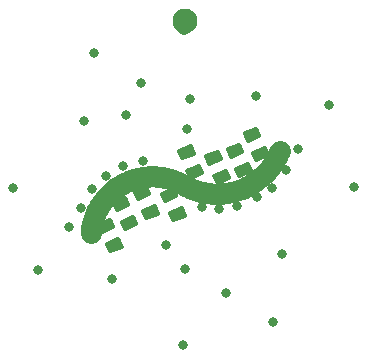
<source format=gts>
G04 EAGLE Gerber RS-274X export*
G75*
%MOMM*%
%FSLAX34Y34*%
%LPD*%
%INTop Solder Mask*%
%IPPOS*%
%AMOC8*
5,1,8,0,0,1.08239X$1,22.5*%
G01*
G04 Define Apertures*
%ADD10C,2.101600*%
%ADD11C,0.800000*%
%ADD12C,1.750000*%
%ADD13C,1.025944*%
%ADD14C,1.024519*%
%ADD15C,0.326897*%
D10*
X0Y140000D03*
D11*
X-66862Y8812D03*
X-52190Y17164D03*
D12*
X0Y0D02*
X1245Y-636D01*
X2505Y-1241D01*
X3780Y-1815D01*
X5068Y-2357D01*
X6370Y-2868D01*
X7683Y-3347D01*
X9008Y-3794D01*
X10343Y-4208D01*
X11688Y-4589D01*
X13042Y-4938D01*
X14403Y-5253D01*
X15773Y-5535D01*
X17148Y-5784D01*
X18530Y-5999D01*
X19916Y-6180D01*
X21306Y-6327D01*
X22700Y-6440D01*
X24095Y-6519D01*
X25493Y-6564D01*
X26891Y-6574D01*
X28288Y-6551D01*
X29685Y-6493D01*
X31080Y-6402D01*
X32472Y-6276D01*
X33861Y-6116D01*
X35246Y-5923D01*
X36625Y-5696D01*
X37998Y-5435D01*
X39365Y-5140D01*
X40724Y-4812D01*
X42075Y-4452D01*
X43416Y-4058D01*
X44747Y-3632D01*
X46068Y-3173D01*
X47377Y-2682D01*
X48674Y-2159D01*
X49957Y-1605D01*
X51227Y-1020D01*
X52481Y-403D01*
X53721Y243D01*
X54944Y920D01*
X56150Y1626D01*
X57339Y2362D01*
X58509Y3127D01*
X59661Y3920D01*
X60792Y4740D01*
X61904Y5589D01*
X62994Y6464D01*
X64062Y7365D01*
X65109Y8292D01*
X66132Y9245D01*
X67132Y10222D01*
X68107Y11224D01*
X69058Y12248D01*
X69983Y13296D01*
X70883Y14366D01*
X71756Y15458D01*
X72602Y16571D01*
X73421Y17704D01*
X74212Y18857D01*
X74974Y20029D01*
X75708Y21219D01*
X76412Y22426D01*
X77086Y23651D01*
X77731Y24891D01*
X78345Y26147D01*
X78928Y27418D01*
X79480Y28702D01*
X80000Y30000D01*
X0Y0D02*
X-1088Y673D01*
X-2192Y1318D01*
X-3312Y1937D01*
X-4446Y2528D01*
X-5595Y3090D01*
X-6757Y3625D01*
X-7932Y4131D01*
X-9119Y4607D01*
X-10317Y5055D01*
X-11525Y5473D01*
X-12744Y5862D01*
X-13972Y6220D01*
X-15208Y6548D01*
X-16452Y6846D01*
X-17703Y7113D01*
X-18960Y7350D01*
X-20222Y7555D01*
X-21489Y7730D01*
X-22760Y7873D01*
X-24035Y7986D01*
X-25311Y8067D01*
X-26589Y8117D01*
X-27868Y8135D01*
X-29147Y8122D01*
X-30425Y8078D01*
X-31702Y8002D01*
X-32977Y7895D01*
X-34248Y7757D01*
X-35516Y7588D01*
X-36779Y7387D01*
X-38037Y7156D01*
X-39289Y6894D01*
X-40534Y6602D01*
X-41772Y6279D01*
X-43001Y5925D01*
X-44222Y5542D01*
X-45432Y5129D01*
X-46632Y4687D01*
X-47821Y4215D01*
X-48998Y3714D01*
X-50162Y3184D01*
X-51313Y2626D01*
X-52450Y2040D01*
X-53572Y1427D01*
X-54679Y786D01*
X-55770Y118D01*
X-56844Y-577D01*
X-57901Y-1297D01*
X-58940Y-2044D01*
X-59960Y-2815D01*
X-60961Y-3611D01*
X-61942Y-4432D01*
X-62903Y-5276D01*
X-63842Y-6144D01*
X-64760Y-7035D01*
X-65657Y-7947D01*
X-66530Y-8882D01*
X-67380Y-9837D01*
X-68207Y-10813D01*
X-69009Y-11809D01*
X-69787Y-12825D01*
X-70540Y-13859D01*
X-71267Y-14911D01*
X-71968Y-15981D01*
X-72643Y-17068D01*
X-73290Y-18170D01*
X-73911Y-19289D01*
X-74504Y-20422D01*
X-75069Y-21570D01*
X-75606Y-22731D01*
X-76114Y-23904D01*
X-76593Y-25090D01*
X-77043Y-26288D01*
X-77463Y-27496D01*
X-77854Y-28714D01*
X-78215Y-29941D01*
X-78545Y-31176D01*
X-78846Y-32420D01*
X-79115Y-33670D01*
X-79354Y-34926D01*
X-79562Y-36188D01*
X-79739Y-37455D01*
X-79885Y-38726D01*
X-80000Y-40000D01*
D13*
X-1268Y132574D03*
D14*
X-2190Y-2836D03*
D11*
X-35664Y20959D03*
X-78676Y-2197D03*
X-88028Y-18704D03*
X-98513Y-34341D03*
X-124524Y-71158D03*
X-62050Y-78806D03*
X-15837Y-50397D03*
X-425Y-70101D03*
X-1502Y-134436D03*
X34463Y-90743D03*
X74482Y-114813D03*
X82449Y-57400D03*
X143211Y-1171D03*
X121737Y68673D03*
X59770Y76127D03*
X4112Y73818D03*
X1925Y48305D03*
X-49948Y59817D03*
X-37375Y87052D03*
X-77347Y112669D03*
X-85300Y54723D03*
X-145284Y-1339D03*
X14254Y-18168D03*
X28733Y-19416D03*
X43864Y-16650D03*
X61055Y-9762D03*
X73331Y-1317D03*
X85624Y13100D03*
X95960Y31613D03*
D15*
X-70382Y-39073D02*
X-72976Y-32964D01*
X-63360Y-28881D01*
X-60766Y-34990D01*
X-70382Y-39073D01*
X-71701Y-35967D02*
X-63067Y-35967D01*
X-61670Y-32861D02*
X-72733Y-32861D01*
X-65418Y-29755D02*
X-62989Y-29755D01*
X-66029Y-49330D02*
X-63435Y-55439D01*
X-66029Y-49330D02*
X-56413Y-45247D01*
X-53819Y-51356D01*
X-63435Y-55439D01*
X-64754Y-52333D02*
X-56120Y-52333D01*
X-54723Y-49227D02*
X-65786Y-49227D01*
X-58471Y-46121D02*
X-56042Y-46121D01*
X14249Y11057D02*
X11655Y17166D01*
X14249Y11057D02*
X4633Y6974D01*
X2039Y13083D01*
X11655Y17166D01*
X11948Y10080D02*
X3314Y10080D01*
X2282Y13186D02*
X13345Y13186D01*
X12026Y16292D02*
X9597Y16292D01*
X7302Y27424D02*
X4708Y33533D01*
X7302Y27424D02*
X-2314Y23341D01*
X-4908Y29450D01*
X4708Y33533D01*
X5001Y26447D02*
X-3633Y26447D01*
X-4665Y29553D02*
X6398Y29553D01*
X5079Y32659D02*
X2650Y32659D01*
X-42438Y-4960D02*
X-39844Y-11069D01*
X-42438Y-4960D02*
X-32822Y-877D01*
X-30228Y-6986D01*
X-39844Y-11069D01*
X-41163Y-7963D02*
X-32529Y-7963D01*
X-31132Y-4857D02*
X-42195Y-4857D01*
X-34880Y-1751D02*
X-32451Y-1751D01*
X-35490Y-21327D02*
X-32896Y-27436D01*
X-35490Y-21327D02*
X-25874Y-17244D01*
X-23280Y-23353D01*
X-32896Y-27436D01*
X-34215Y-24330D02*
X-25581Y-24330D01*
X-24184Y-21224D02*
X-35247Y-21224D01*
X-27932Y-18118D02*
X-25503Y-18118D01*
X52901Y18667D02*
X55495Y12558D01*
X45879Y8475D01*
X43285Y14584D01*
X52901Y18667D01*
X53194Y11581D02*
X44560Y11581D01*
X43528Y14687D02*
X54591Y14687D01*
X53272Y17793D02*
X50843Y17793D01*
X48548Y28925D02*
X45954Y35034D01*
X48548Y28925D02*
X38932Y24842D01*
X36338Y30951D01*
X45954Y35034D01*
X46247Y27948D02*
X37613Y27948D01*
X36581Y31054D02*
X47644Y31054D01*
X46325Y34160D02*
X43896Y34160D01*
X-19537Y-6750D02*
X-16943Y-12859D01*
X-19537Y-6750D02*
X-9921Y-2667D01*
X-7327Y-8776D01*
X-16943Y-12859D01*
X-18262Y-9753D02*
X-9628Y-9753D01*
X-8231Y-6647D02*
X-19294Y-6647D01*
X-11979Y-3541D02*
X-9550Y-3541D01*
X-12590Y-23117D02*
X-9996Y-29226D01*
X-12590Y-23117D02*
X-2974Y-19034D01*
X-380Y-25143D01*
X-9996Y-29226D01*
X-11315Y-26120D02*
X-2681Y-26120D01*
X-1284Y-23014D02*
X-12347Y-23014D01*
X-5032Y-19908D02*
X-2603Y-19908D01*
X69861Y26083D02*
X67267Y32192D01*
X69861Y26083D02*
X60245Y22000D01*
X57651Y28109D01*
X67267Y32192D01*
X67560Y25106D02*
X58926Y25106D01*
X57894Y28212D02*
X68957Y28212D01*
X67638Y31318D02*
X65209Y31318D01*
X62914Y42450D02*
X60320Y48559D01*
X62914Y42450D02*
X53298Y38367D01*
X50704Y44476D01*
X60320Y48559D01*
X60613Y41473D02*
X51979Y41473D01*
X50947Y44579D02*
X62010Y44579D01*
X60691Y47685D02*
X58262Y47685D01*
X-60374Y-14040D02*
X-57780Y-20149D01*
X-60374Y-14040D02*
X-50758Y-9957D01*
X-48164Y-16066D01*
X-57780Y-20149D01*
X-59099Y-17043D02*
X-50465Y-17043D01*
X-49068Y-13937D02*
X-60131Y-13937D01*
X-52816Y-10831D02*
X-50387Y-10831D01*
X-53427Y-30407D02*
X-50833Y-36516D01*
X-53427Y-30407D02*
X-43811Y-26324D01*
X-41217Y-32433D01*
X-50833Y-36516D01*
X-52152Y-33410D02*
X-43518Y-33410D01*
X-42121Y-30304D02*
X-53184Y-30304D01*
X-45869Y-27198D02*
X-43440Y-27198D01*
X37075Y6547D02*
X34481Y12656D01*
X37075Y6547D02*
X27459Y2464D01*
X24865Y8573D01*
X34481Y12656D01*
X34774Y5570D02*
X26140Y5570D01*
X25108Y8676D02*
X36171Y8676D01*
X34852Y11782D02*
X32423Y11782D01*
X30127Y22914D02*
X27533Y29023D01*
X30127Y22914D02*
X20511Y18831D01*
X17917Y24940D01*
X27533Y29023D01*
X27826Y21937D02*
X19192Y21937D01*
X18160Y25043D02*
X29223Y25043D01*
X27904Y28149D02*
X25475Y28149D01*
M02*

</source>
